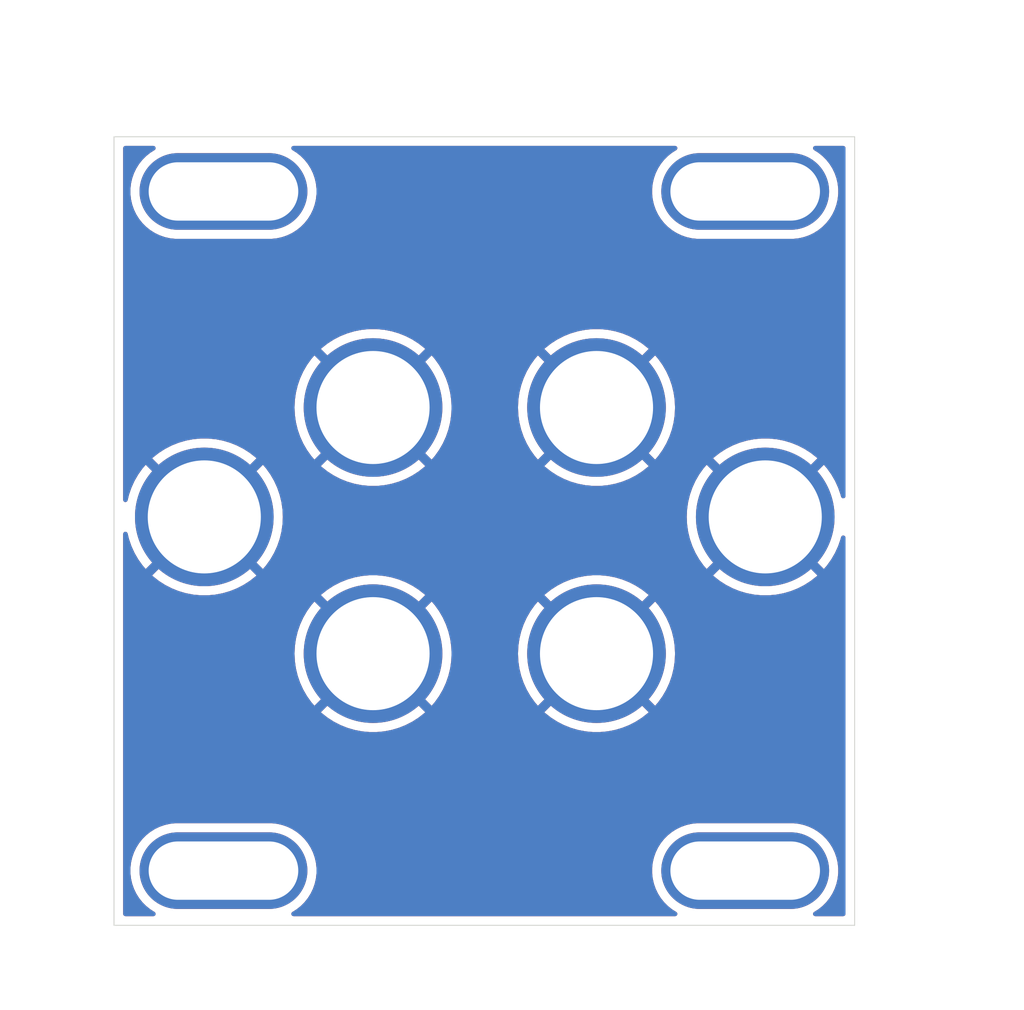
<source format=kicad_pcb>
(kicad_pcb (version 20240108) (generator "pcbnew") (generator_version "8.0")
  (layers (0 "F.Cu" signal) (31 "B.Cu" signal) (34 "B.Paste" user) (35 "F.Paste" user) (36 "B.SilkS" user "B.Silkscreen") (37 "F.SilkS" user "F.Silkscreen") (38 "B.Mask" user) (39 "F.Mask" user) (44 "Edge.Cuts" user))
  (net 0 "")
  (net 3 "GND")
  (footprint "Custom_FP:Wider_M3" (layer "F.Cu") (at 134.6 78)
    (property "Reference" "J7" (hide yes))
    (property "Value" "Screw_Terminal_01x01")
    (pad "1" thru_hole oval (at 0 0) (size 9.2 4.2) (drill oval 8.2 3.2) (layers "*.Cu" "*.Mask"))
  )
  (footprint "Custom_FP:JackHole_3.5mm" (layer "F.Cu") (at 114.2 103.35)
    (property "Reference" "J1" (hide yes))
    (property "Value" "Screw_Terminal_01x01")
    (pad "1" thru_hole circle (at 0 0) (size 7.6 7.6) (drill 6.2) (layers "*.Cu" "*.Mask") (net 3 "GND"))
  )
  (footprint "Custom_FP:JackHole_3.5mm" (layer "F.Cu") (at 135.7 95.85)
    (property "Reference" "J8" (hide yes))
    (property "Value" "Screw_Terminal_01x01")
    (pad "1" thru_hole circle (at 0 0) (size 7.6 7.6) (drill 6.2) (layers "*.Cu" "*.Mask") (net 3 "GND"))
  )
  (footprint "Custom_FP:JackHole_3.5mm" (layer "F.Cu") (at 126.45 103.35)
    (property "Reference" "J10" (hide yes))
    (property "Value" "Screw_Terminal_01x01")
    (pad "1" thru_hole circle (at 0 0) (size 7.6 7.6) (drill 6.2) (layers "*.Cu" "*.Mask") (net 3 "GND"))
  )
  (footprint "Custom_FP:Wider_M3" (layer "F.Cu") (at 106 115.25)
    (property "Reference" "J5" (hide yes))
    (property "Value" "Screw_Terminal_01x01")
    (pad "1" thru_hole oval (at 0 0) (size 9.2 4.2) (drill oval 8.2 3.2) (layers "*.Cu" "*.Mask"))
  )
  (footprint "Custom_FP:Wider_M3" (layer "F.Cu") (at 106 78)
    (property "Reference" "J4" (hide yes))
    (property "Value" "Screw_Terminal_01x01")
    (pad "1" thru_hole oval (at 0 0) (size 9.2 4.2) (drill oval 8.2 3.2) (layers "*.Cu" "*.Mask"))
  )
  (footprint "Custom_FP:Wider_M3" (layer "F.Cu") (at 134.6 115.25)
    (property "Reference" "J6" (hide yes))
    (property "Value" "Screw_Terminal_01x01")
    (pad "1" thru_hole oval (at 0 0) (size 9.2 4.2) (drill oval 8.2 3.2) (layers "*.Cu" "*.Mask"))
  )
  (footprint "Custom_FP:JackHole_3.5mm" (layer "F.Cu") (at 114.2 89.85)
    (property "Reference" "J9" (hide yes))
    (property "Value" "Screw_Terminal_01x01")
    (pad "1" thru_hole circle (at 0 0) (size 7.6 7.6) (drill 6.2) (layers "*.Cu" "*.Mask") (net 3 "GND"))
  )
  (footprint "Custom_FP:JackHole_3.5mm" (layer "F.Cu") (at 104.95 95.85)
    (property "Reference" "J3" (hide yes))
    (property "Value" "Screw_Terminal_01x01")
    (pad "1" thru_hole circle (at 0 0) (size 7.6 7.6) (drill 6.2) (layers "*.Cu" "*.Mask") (net 3 "GND"))
  )
  (footprint "Custom_FP:JackHole_3.5mm" (layer "F.Cu") (at 126.45 89.85)
    (property "Reference" "J2" (hide yes))
    (property "Value" "Screw_Terminal_01x01")
    (pad "1" thru_hole circle (at 0 0) (size 7.6 7.6) (drill 6.2) (layers "*.Cu" "*.Mask") (net 3 "GND"))
  )
  (gr_line (start 100 75) (end 100 118.25) (stroke (width 0.05)) (layer "Edge.Cuts"))
  (gr_line (start 140.6 75) (end 100 75) (stroke (width 0.05)) (layer "Edge.Cuts"))
  (gr_line (start 140.6 118.25) (end 140.6 75) (stroke (width 0.05)) (layer "Edge.Cuts"))
  (gr_line (start 100 118.25) (end 140.6 118.25) (stroke (width 0.05)) (layer "Edge.Cuts"))
  (zone (net 3) (net_name "GND") (layers "F&B.Cu") (connect_pads (clearance 0.5)) (min_thickness 0.25) (fill yes (thermal_gap 0.5) (thermal_bridge_width 0.5))
    (polygon (pts (xy 97.5 73.5) (xy 93.75 122.25) (xy 149.9 122.9) (xy 146.3 72.2) (xy 108.75 67.5)))
  )
)
</source>
